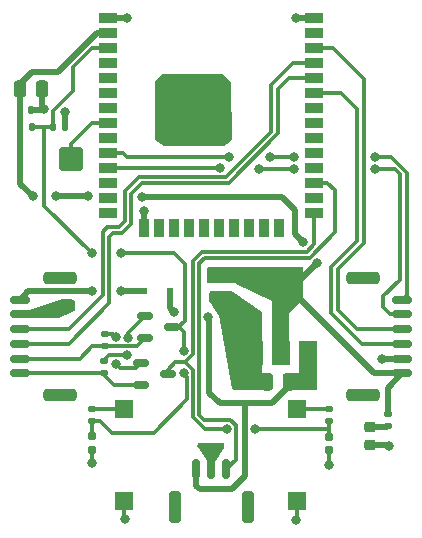
<source format=gbr>
%TF.GenerationSoftware,KiCad,Pcbnew,6.0.10-86aedd382b~118~ubuntu22.04.1*%
%TF.CreationDate,2023-02-09T07:40:42+01:00*%
%TF.ProjectId,mainBoard,6d61696e-426f-4617-9264-2e6b69636164,rev?*%
%TF.SameCoordinates,Original*%
%TF.FileFunction,Copper,L1,Top*%
%TF.FilePolarity,Positive*%
%FSLAX46Y46*%
G04 Gerber Fmt 4.6, Leading zero omitted, Abs format (unit mm)*
G04 Created by KiCad (PCBNEW 6.0.10-86aedd382b~118~ubuntu22.04.1) date 2023-02-09 07:40:42*
%MOMM*%
%LPD*%
G01*
G04 APERTURE LIST*
G04 Aperture macros list*
%AMRoundRect*
0 Rectangle with rounded corners*
0 $1 Rounding radius*
0 $2 $3 $4 $5 $6 $7 $8 $9 X,Y pos of 4 corners*
0 Add a 4 corners polygon primitive as box body*
4,1,4,$2,$3,$4,$5,$6,$7,$8,$9,$2,$3,0*
0 Add four circle primitives for the rounded corners*
1,1,$1+$1,$2,$3*
1,1,$1+$1,$4,$5*
1,1,$1+$1,$6,$7*
1,1,$1+$1,$8,$9*
0 Add four rect primitives between the rounded corners*
20,1,$1+$1,$2,$3,$4,$5,0*
20,1,$1+$1,$4,$5,$6,$7,0*
20,1,$1+$1,$6,$7,$8,$9,0*
20,1,$1+$1,$8,$9,$2,$3,0*%
G04 Aperture macros list end*
%TA.AperFunction,SMDPad,CuDef*%
%ADD10RoundRect,0.150000X0.700000X-0.150000X0.700000X0.150000X-0.700000X0.150000X-0.700000X-0.150000X0*%
%TD*%
%TA.AperFunction,SMDPad,CuDef*%
%ADD11RoundRect,0.250000X1.150000X-0.250000X1.150000X0.250000X-1.150000X0.250000X-1.150000X-0.250000X0*%
%TD*%
%TA.AperFunction,SMDPad,CuDef*%
%ADD12RoundRect,0.155000X0.155000X-0.212500X0.155000X0.212500X-0.155000X0.212500X-0.155000X-0.212500X0*%
%TD*%
%TA.AperFunction,SMDPad,CuDef*%
%ADD13RoundRect,0.150000X-0.512500X-0.150000X0.512500X-0.150000X0.512500X0.150000X-0.512500X0.150000X0*%
%TD*%
%TA.AperFunction,ComponentPad*%
%ADD14RoundRect,0.250000X-0.750000X-0.750000X0.750000X-0.750000X0.750000X0.750000X-0.750000X0.750000X0*%
%TD*%
%TA.AperFunction,SMDPad,CuDef*%
%ADD15RoundRect,0.250000X-0.250000X-0.475000X0.250000X-0.475000X0.250000X0.475000X-0.250000X0.475000X0*%
%TD*%
%TA.AperFunction,SMDPad,CuDef*%
%ADD16R,0.500000X0.500000*%
%TD*%
%TA.AperFunction,SMDPad,CuDef*%
%ADD17RoundRect,0.250000X-0.475000X0.250000X-0.475000X-0.250000X0.475000X-0.250000X0.475000X0.250000X0*%
%TD*%
%TA.AperFunction,SMDPad,CuDef*%
%ADD18RoundRect,0.135000X-0.135000X-0.185000X0.135000X-0.185000X0.135000X0.185000X-0.135000X0.185000X0*%
%TD*%
%TA.AperFunction,SMDPad,CuDef*%
%ADD19RoundRect,0.140000X-0.140000X-0.170000X0.140000X-0.170000X0.140000X0.170000X-0.140000X0.170000X0*%
%TD*%
%TA.AperFunction,SMDPad,CuDef*%
%ADD20RoundRect,0.218750X0.256250X-0.218750X0.256250X0.218750X-0.256250X0.218750X-0.256250X-0.218750X0*%
%TD*%
%TA.AperFunction,SMDPad,CuDef*%
%ADD21RoundRect,0.135000X-0.185000X0.135000X-0.185000X-0.135000X0.185000X-0.135000X0.185000X0.135000X0*%
%TD*%
%TA.AperFunction,SMDPad,CuDef*%
%ADD22RoundRect,0.135000X0.185000X-0.135000X0.185000X0.135000X-0.185000X0.135000X-0.185000X-0.135000X0*%
%TD*%
%TA.AperFunction,SMDPad,CuDef*%
%ADD23RoundRect,0.250000X0.250000X0.475000X-0.250000X0.475000X-0.250000X-0.475000X0.250000X-0.475000X0*%
%TD*%
%TA.AperFunction,SMDPad,CuDef*%
%ADD24RoundRect,0.150000X-0.700000X0.150000X-0.700000X-0.150000X0.700000X-0.150000X0.700000X0.150000X0*%
%TD*%
%TA.AperFunction,SMDPad,CuDef*%
%ADD25RoundRect,0.250000X-1.150000X0.250000X-1.150000X-0.250000X1.150000X-0.250000X1.150000X0.250000X0*%
%TD*%
%TA.AperFunction,SMDPad,CuDef*%
%ADD26RoundRect,0.150000X-0.150000X-0.700000X0.150000X-0.700000X0.150000X0.700000X-0.150000X0.700000X0*%
%TD*%
%TA.AperFunction,SMDPad,CuDef*%
%ADD27RoundRect,0.250000X-0.250000X-1.100000X0.250000X-1.100000X0.250000X1.100000X-0.250000X1.100000X0*%
%TD*%
%TA.AperFunction,SMDPad,CuDef*%
%ADD28R,1.500000X0.900000*%
%TD*%
%TA.AperFunction,SMDPad,CuDef*%
%ADD29R,0.900000X1.500000*%
%TD*%
%TA.AperFunction,SMDPad,CuDef*%
%ADD30R,0.900000X0.900000*%
%TD*%
%TA.AperFunction,SMDPad,CuDef*%
%ADD31R,1.500000X1.500000*%
%TD*%
%TA.AperFunction,SMDPad,CuDef*%
%ADD32R,1.500000X2.000000*%
%TD*%
%TA.AperFunction,SMDPad,CuDef*%
%ADD33R,3.800000X2.000000*%
%TD*%
%TA.AperFunction,ViaPad*%
%ADD34C,0.800000*%
%TD*%
%TA.AperFunction,Conductor*%
%ADD35C,0.300000*%
%TD*%
%TA.AperFunction,Conductor*%
%ADD36C,0.500000*%
%TD*%
G04 APERTURE END LIST*
D10*
%TO.P,J2,1,Pin_1*%
%TO.N,+3.3V*%
X113710000Y-87580000D03*
%TO.P,J2,2,Pin_2*%
%TO.N,GND*%
X113710000Y-86330000D03*
%TO.P,J2,3,Pin_3*%
%TO.N,/SDA*%
X113710000Y-85080000D03*
%TO.P,J2,4,Pin_4*%
%TO.N,/SCK*%
X113710000Y-83830000D03*
%TO.P,J2,5,Pin_5*%
%TO.N,/Btn_L*%
X113710000Y-82580000D03*
%TO.P,J2,6,Pin_6*%
%TO.N,/Btn_R*%
X113710000Y-81330000D03*
D11*
%TO.P,J2,MP*%
%TO.N,N/C*%
X110360000Y-79480000D03*
X110360000Y-89430000D03*
%TD*%
D12*
%TO.P,C6,1*%
%TO.N,GND*%
X107492800Y-94090300D03*
%TO.P,C6,2*%
%TO.N,/Boot*%
X107492800Y-92955300D03*
%TD*%
D13*
%TO.P,Q1,1,B*%
%TO.N,Net-(Q1-Pad1)*%
X91928100Y-82717600D03*
%TO.P,Q1,2,E*%
%TO.N,/CTS*%
X91928100Y-84617600D03*
%TO.P,Q1,3,C*%
%TO.N,/EN*%
X94203100Y-83667600D03*
%TD*%
D14*
%TO.P,J1,1,Pin_1*%
%TO.N,/ADC_OUT*%
X85648800Y-69392800D03*
%TD*%
D15*
%TO.P,C4,1*%
%TO.N,+3.3V*%
X81330800Y-63500000D03*
%TO.P,C4,2*%
%TO.N,GND*%
X83230800Y-63500000D03*
%TD*%
D16*
%TO.P,D2,1,K*%
%TO.N,VCC*%
X94064000Y-80619600D03*
%TO.P,D2,2,A*%
%TO.N,Net-(D2-Pad2)*%
X91864000Y-80619600D03*
%TD*%
D17*
%TO.P,C2,1*%
%TO.N,+3.3V*%
X98094800Y-79212400D03*
%TO.P,C2,2*%
%TO.N,GND*%
X98094800Y-81112400D03*
%TD*%
D18*
%TO.P,R2,1*%
%TO.N,+3.3V*%
X81363159Y-66674000D03*
%TO.P,R2,2*%
%TO.N,/EN*%
X82383159Y-66674000D03*
%TD*%
D19*
%TO.P,C3,1*%
%TO.N,/EN*%
X84188400Y-66700400D03*
%TO.P,C3,2*%
%TO.N,GND*%
X85148400Y-66700400D03*
%TD*%
D20*
%TO.P,D1,1,K*%
%TO.N,GND*%
X110947200Y-93649900D03*
%TO.P,D1,2,A*%
%TO.N,Net-(D1-Pad2)*%
X110947200Y-92074900D03*
%TD*%
D21*
%TO.P,R5,1*%
%TO.N,Net-(R5-Pad1)*%
X107492800Y-90625200D03*
%TO.P,R5,2*%
%TO.N,/Boot*%
X107492800Y-91645200D03*
%TD*%
%TO.P,R1,1*%
%TO.N,+3.3V*%
X112471200Y-91031600D03*
%TO.P,R1,2*%
%TO.N,Net-(D1-Pad2)*%
X112471200Y-92051600D03*
%TD*%
D22*
%TO.P,R3,1*%
%TO.N,/DTR*%
X88442800Y-87581200D03*
%TO.P,R3,2*%
%TO.N,Net-(Q1-Pad1)*%
X88442800Y-86561200D03*
%TD*%
D23*
%TO.P,C1,1*%
%TO.N,VCC*%
X104124800Y-88290400D03*
%TO.P,C1,2*%
%TO.N,GND*%
X102224800Y-88290400D03*
%TD*%
D22*
%TO.P,R4,1*%
%TO.N,/CTS*%
X88544400Y-85295200D03*
%TO.P,R4,2*%
%TO.N,Net-(Q2-Pad1)*%
X88544400Y-84275200D03*
%TD*%
D19*
%TO.P,C5,1*%
%TO.N,+3.3V*%
X81343600Y-65278000D03*
%TO.P,C5,2*%
%TO.N,GND*%
X82303600Y-65278000D03*
%TD*%
D24*
%TO.P,J3,1,Pin_1*%
%TO.N,Net-(D2-Pad2)*%
X81362000Y-81330000D03*
%TO.P,J3,2,Pin_2*%
%TO.N,GND*%
X81362000Y-82580000D03*
%TO.P,J3,3,Pin_3*%
%TO.N,/PR_TX*%
X81362000Y-83830000D03*
%TO.P,J3,4,Pin_4*%
%TO.N,/PR_RX*%
X81362000Y-85080000D03*
%TO.P,J3,5,Pin_5*%
%TO.N,/CTS*%
X81362000Y-86330000D03*
%TO.P,J3,6,Pin_6*%
%TO.N,/DTR*%
X81362000Y-87580000D03*
D25*
%TO.P,J3,MP*%
%TO.N,N/C*%
X84712000Y-89430000D03*
X84712000Y-79480000D03*
%TD*%
D12*
%TO.P,C7,1*%
%TO.N,GND*%
X87426800Y-94039500D03*
%TO.P,C7,2*%
%TO.N,/EN*%
X87426800Y-92904500D03*
%TD*%
D26*
%TO.P,J4,1,Pin_1*%
%TO.N,VCC*%
X96286000Y-95686000D03*
%TO.P,J4,2,Pin_2*%
%TO.N,GND*%
X97536000Y-95686000D03*
%TO.P,J4,3,Pin_3*%
%TO.N,/C-Data*%
X98786000Y-95686000D03*
D27*
%TO.P,J4,MP*%
%TO.N,N/C*%
X100636000Y-98886000D03*
X94436000Y-98886000D03*
%TD*%
D28*
%TO.P,U2,1,GND*%
%TO.N,GND*%
X88786000Y-57482000D03*
%TO.P,U2,2,3V3*%
%TO.N,+3.3V*%
X88786000Y-58752000D03*
%TO.P,U2,3,EN/CHIP_PU*%
%TO.N,/EN*%
X88786000Y-60022000D03*
%TO.P,U2,4,SENSOR_VP/GPIO36/ADC1_CH0*%
%TO.N,unconnected-(U2-Pad4)*%
X88786000Y-61292000D03*
%TO.P,U2,5,SENSOR_VN/GPIO39/ADC1_CH3*%
%TO.N,unconnected-(U2-Pad5)*%
X88786000Y-62562000D03*
%TO.P,U2,6,GPIO34/ADC1_CH6*%
%TO.N,unconnected-(U2-Pad6)*%
X88786000Y-63832000D03*
%TO.P,U2,7,GPIO35/ADC1_CH7*%
%TO.N,unconnected-(U2-Pad7)*%
X88786000Y-65102000D03*
%TO.P,U2,8,32K_XP/GPIO32/ADC1_CH4*%
%TO.N,/ADC_OUT*%
X88786000Y-66372000D03*
%TO.P,U2,9,32K_XN/GPIO33/ADC1_CH5*%
%TO.N,unconnected-(U2-Pad9)*%
X88786000Y-67642000D03*
%TO.P,U2,10,DAC_1/ADC2_CH8/GPIO25*%
%TO.N,/Btn_R*%
X88786000Y-68912000D03*
%TO.P,U2,11,DAC_2/ADC2_CH9/GPIO26*%
%TO.N,/Btn_L*%
X88786000Y-70182000D03*
%TO.P,U2,12,ADC2_CH7/GPIO27*%
%TO.N,unconnected-(U2-Pad12)*%
X88786000Y-71452000D03*
%TO.P,U2,13,MTMS/GPIO14/ADC2_CH6*%
%TO.N,unconnected-(U2-Pad13)*%
X88786000Y-72722000D03*
%TO.P,U2,14,MTDI/GPIO12/ADC2_CH5*%
%TO.N,unconnected-(U2-Pad14)*%
X88786000Y-73992000D03*
D29*
%TO.P,U2,15,GND*%
%TO.N,GND*%
X91816000Y-75242000D03*
%TO.P,U2,16,MTCK/GPIO13/ADC2_CH4*%
%TO.N,unconnected-(U2-Pad16)*%
X93086000Y-75242000D03*
%TO.P,U2,17,NC*%
%TO.N,unconnected-(U2-Pad17)*%
X94356000Y-75242000D03*
%TO.P,U2,18,NC*%
%TO.N,unconnected-(U2-Pad18)*%
X95626000Y-75242000D03*
%TO.P,U2,19,NC*%
%TO.N,unconnected-(U2-Pad19)*%
X96896000Y-75242000D03*
%TO.P,U2,20,NC*%
%TO.N,unconnected-(U2-Pad20)*%
X98166000Y-75242000D03*
%TO.P,U2,21,NC*%
%TO.N,unconnected-(U2-Pad21)*%
X99436000Y-75242000D03*
%TO.P,U2,22,NC*%
%TO.N,unconnected-(U2-Pad22)*%
X100706000Y-75242000D03*
%TO.P,U2,23,MTDO/GPIO15/ADC2_CH3*%
%TO.N,unconnected-(U2-Pad23)*%
X101976000Y-75242000D03*
%TO.P,U2,24,ADC2_CH2/GPIO2*%
%TO.N,unconnected-(U2-Pad24)*%
X103246000Y-75242000D03*
D28*
%TO.P,U2,25,GPIO0/BOOT/ADC2_CH1*%
%TO.N,/Boot*%
X106286000Y-73992000D03*
%TO.P,U2,26,ADC2_CH0/GPIO4*%
%TO.N,unconnected-(U2-Pad26)*%
X106286000Y-72722000D03*
%TO.P,U2,27,GPIO16*%
%TO.N,/C-Data*%
X106286000Y-71452000D03*
%TO.P,U2,28,GPIO17*%
%TO.N,unconnected-(U2-Pad28)*%
X106286000Y-70182000D03*
%TO.P,U2,29,GPIO5*%
%TO.N,unconnected-(U2-Pad29)*%
X106286000Y-68912000D03*
%TO.P,U2,30,GPIO18*%
%TO.N,unconnected-(U2-Pad30)*%
X106286000Y-67642000D03*
%TO.P,U2,31,GPIO19*%
%TO.N,unconnected-(U2-Pad31)*%
X106286000Y-66372000D03*
%TO.P,U2,32,NC*%
%TO.N,unconnected-(U2-Pad32)*%
X106286000Y-65102000D03*
%TO.P,U2,33,GPIO21*%
%TO.N,/SDA*%
X106286000Y-63832000D03*
%TO.P,U2,34,U0RXD/GPIO3*%
%TO.N,/PR_RX*%
X106286000Y-62562000D03*
%TO.P,U2,35,U0TXD/GPIO1*%
%TO.N,/PR_TX*%
X106286000Y-61292000D03*
%TO.P,U2,36,GPIO22*%
%TO.N,/SCK*%
X106286000Y-60022000D03*
%TO.P,U2,37,GPIO23*%
%TO.N,unconnected-(U2-Pad37)*%
X106286000Y-58752000D03*
%TO.P,U2,38,GND*%
%TO.N,GND*%
X106286000Y-57482000D03*
D30*
%TO.P,U2,39,GND_THERMAL*%
X96036000Y-66602000D03*
X96036000Y-63802000D03*
X97436000Y-63802000D03*
X97436000Y-65202000D03*
X97436000Y-66602000D03*
X94636000Y-65202000D03*
X94636000Y-66602000D03*
X94636000Y-63802000D03*
X96036000Y-65202000D03*
%TD*%
D31*
%TO.P,SW1,1,1*%
%TO.N,GND*%
X104800400Y-98388000D03*
%TO.P,SW1,2,2*%
%TO.N,Net-(R5-Pad1)*%
X104800400Y-90588000D03*
%TD*%
D13*
%TO.P,Q2,3,C*%
%TO.N,/Boot*%
X93847500Y-87630000D03*
%TO.P,Q2,2,E*%
%TO.N,/DTR*%
X91572500Y-88580000D03*
%TO.P,Q2,1,B*%
%TO.N,Net-(Q2-Pad1)*%
X91572500Y-86680000D03*
%TD*%
D31*
%TO.P,SW2,1,1*%
%TO.N,GND*%
X90170000Y-98388000D03*
%TO.P,SW2,2,2*%
%TO.N,Net-(R6-Pad1)*%
X90170000Y-90588000D03*
%TD*%
D32*
%TO.P,U1,1,GND*%
%TO.N,GND*%
X101128800Y-85852400D03*
%TO.P,U1,2,VO*%
%TO.N,+3.3V*%
X103428800Y-85852400D03*
D33*
X103428800Y-79552400D03*
D32*
%TO.P,U1,3,VI*%
%TO.N,VCC*%
X105728800Y-85852400D03*
%TD*%
D21*
%TO.P,R6,1*%
%TO.N,Net-(R6-Pad1)*%
X87426800Y-90625200D03*
%TO.P,R6,2*%
%TO.N,/EN*%
X87426800Y-91645200D03*
%TD*%
D34*
%TO.N,VCC*%
X94386400Y-82397600D03*
X97261500Y-82788850D03*
%TO.N,GND*%
X101142800Y-88493600D03*
X93319600Y-66598800D03*
X90220800Y-99872800D03*
X87477600Y-95148400D03*
X101193600Y-87579200D03*
X112034800Y-86330000D03*
X93319600Y-63804800D03*
X98755200Y-82143600D03*
X97942400Y-93929200D03*
X84124800Y-82245200D03*
X97028000Y-93929200D03*
X97434400Y-62687200D03*
X90424000Y-57454800D03*
X104749600Y-100025200D03*
X98755200Y-63804800D03*
X101346000Y-84277200D03*
X85125600Y-65481200D03*
X91846400Y-73812400D03*
X96012000Y-67818000D03*
X98755200Y-66598800D03*
X85242400Y-81889600D03*
X100431600Y-84328000D03*
X94640400Y-62687200D03*
X96062800Y-62687200D03*
X107492800Y-95351600D03*
X94640400Y-67818000D03*
X97434400Y-67868800D03*
X112623600Y-93700700D03*
X93370400Y-65176400D03*
X104698800Y-57454800D03*
X98755200Y-65176400D03*
X83347600Y-65227200D03*
%TO.N,+3.3V*%
X105308400Y-76454000D03*
X84429600Y-72593200D03*
X106496730Y-78201130D03*
X87071200Y-72593200D03*
X82448400Y-72593200D03*
X91643200Y-72644000D03*
%TO.N,/EN*%
X87426800Y-77419200D03*
X89916000Y-77368400D03*
X95208873Y-85645973D03*
X95208873Y-87582027D03*
%TO.N,/Boot*%
X98856800Y-92252800D03*
X101230300Y-92252800D03*
%TO.N,/Btn_L*%
X104546400Y-70307200D03*
X111404400Y-70307200D03*
X101600000Y-70256400D03*
X98247200Y-70205600D03*
%TO.N,/Btn_R*%
X99060000Y-69291200D03*
X104546400Y-69291200D03*
X102514400Y-69291200D03*
X111404400Y-69291200D03*
%TO.N,Net-(Q1-Pad1)*%
X90424000Y-86044700D03*
X90474800Y-84545700D03*
%TO.N,Net-(Q2-Pad1)*%
X89475438Y-84528921D03*
X89458800Y-86794200D03*
%TO.N,Net-(D2-Pad2)*%
X89865200Y-80619600D03*
X87477600Y-80619600D03*
%TD*%
D35*
%TO.N,Net-(Q2-Pad1)*%
X89786600Y-87122000D02*
X91186000Y-87122000D01*
X89458800Y-86794200D02*
X89786600Y-87122000D01*
X91186000Y-87122000D02*
X91572500Y-86735500D01*
X91572500Y-86735500D02*
X91572500Y-86680000D01*
%TO.N,/DTR*%
X89342000Y-88580000D02*
X88442800Y-87680800D01*
X88442800Y-87680800D02*
X88442800Y-87581200D01*
%TO.N,/Boot*%
X93847500Y-87630000D02*
X93847500Y-87254500D01*
X93847500Y-87254500D02*
X94472800Y-86629200D01*
X94472800Y-86629200D02*
X95316000Y-86629200D01*
%TO.N,/DTR*%
X89342000Y-88580000D02*
X91572500Y-88580000D01*
D36*
%TO.N,VCC*%
X99263200Y-97383600D02*
X100380800Y-96266000D01*
X104124800Y-88661200D02*
X104124800Y-88290400D01*
X96286000Y-95686000D02*
X96286000Y-97098800D01*
X97383600Y-82910950D02*
X97383600Y-89255600D01*
X94064000Y-82075200D02*
X94386400Y-82397600D01*
X98247200Y-90119200D02*
X101498400Y-90119200D01*
X94064000Y-80619600D02*
X94064000Y-82075200D01*
X101498400Y-90119200D02*
X102666800Y-90119200D01*
X96570800Y-97383600D02*
X99263200Y-97383600D01*
X96286000Y-97098800D02*
X96570800Y-97383600D01*
X102666800Y-90119200D02*
X104124800Y-88661200D01*
X97261500Y-82788850D02*
X97383600Y-82910950D01*
X97383600Y-89255600D02*
X98247200Y-90119200D01*
X100380800Y-96266000D02*
X100380800Y-90119200D01*
X100380800Y-90119200D02*
X101498400Y-90119200D01*
D35*
%TO.N,GND*%
X104800400Y-98337200D02*
X104800400Y-99974400D01*
D36*
X104698800Y-57454800D02*
X106258800Y-57454800D01*
X110947200Y-93649900D02*
X112572800Y-93649900D01*
D35*
X90170000Y-98388000D02*
X90170000Y-99822000D01*
D36*
X91816000Y-75242000D02*
X91816000Y-73842800D01*
X83296800Y-65278000D02*
X83347600Y-65227200D01*
X83230800Y-65110400D02*
X83347600Y-65227200D01*
D35*
X90170000Y-99822000D02*
X90220800Y-99872800D01*
D36*
X90396800Y-57482000D02*
X90424000Y-57454800D01*
X88786000Y-57482000D02*
X90396800Y-57482000D01*
X83230800Y-63500000D02*
X83230800Y-65110400D01*
X112572800Y-93649900D02*
X112623600Y-93700700D01*
X106258800Y-57454800D02*
X106286000Y-57482000D01*
X82303600Y-65278000D02*
X83296800Y-65278000D01*
D35*
X107492800Y-94090300D02*
X107492800Y-95351600D01*
X87426800Y-95097600D02*
X87477600Y-95148400D01*
X87426800Y-94039500D02*
X87426800Y-95097600D01*
D36*
X85148400Y-66700400D02*
X85148400Y-65504000D01*
X85148400Y-65504000D02*
X85125600Y-65481200D01*
D35*
X104800400Y-99974400D02*
X104749600Y-100025200D01*
D36*
X91816000Y-73842800D02*
X91846400Y-73812400D01*
X112034800Y-86330000D02*
X113710000Y-86330000D01*
%TO.N,+3.3V*%
X103428800Y-79654400D02*
X103428800Y-79552400D01*
X111354400Y-87580000D02*
X103428800Y-79654400D01*
X82448400Y-72593200D02*
X81363159Y-71507959D01*
X112471200Y-88818800D02*
X113710000Y-87580000D01*
X87071200Y-72593200D02*
X84429600Y-72593200D01*
X106496730Y-78201130D02*
X105145460Y-79552400D01*
X113710000Y-87580000D02*
X111354400Y-87580000D01*
X105145460Y-79552400D02*
X103428800Y-79552400D01*
X81343600Y-65278000D02*
X81343600Y-63512800D01*
X91643200Y-72644000D02*
X103530400Y-72644000D01*
X112471200Y-91031600D02*
X112471200Y-88818800D01*
X82346800Y-62026800D02*
X81330800Y-63042800D01*
X81343600Y-63512800D02*
X81330800Y-63500000D01*
X104597200Y-73710800D02*
X104597200Y-75742800D01*
X84582000Y-62026800D02*
X82346800Y-62026800D01*
X103530400Y-72644000D02*
X104597200Y-73710800D01*
X81363159Y-66674000D02*
X81363159Y-65297559D01*
X87856800Y-58752000D02*
X88786000Y-58752000D01*
X87856800Y-58752000D02*
X84582000Y-62026800D01*
X81363159Y-71507959D02*
X81363159Y-66674000D01*
X81330800Y-63042800D02*
X81330800Y-63500000D01*
X81363159Y-65297559D02*
X81343600Y-65278000D01*
X104597200Y-75742800D02*
X105308400Y-76454000D01*
D35*
%TO.N,/EN*%
X95208873Y-85645973D02*
X95208873Y-84083673D01*
X89103200Y-92608400D02*
X92659200Y-92608400D01*
X94792800Y-83667600D02*
X94203100Y-83667600D01*
X95300800Y-83108800D02*
X95300800Y-78282800D01*
X92659200Y-92608400D02*
X95504000Y-89763600D01*
X84188400Y-65357739D02*
X84188400Y-66700400D01*
X95208873Y-84083673D02*
X94792800Y-83667600D01*
X87450400Y-60022000D02*
X88786000Y-60022000D01*
X84188400Y-66700400D02*
X83398400Y-66700400D01*
X83398400Y-66700400D02*
X82409559Y-66700400D01*
X87426800Y-91645200D02*
X88140000Y-91645200D01*
X85880000Y-63666139D02*
X84188400Y-65357739D01*
X88140000Y-91645200D02*
X89103200Y-92608400D01*
X94742000Y-83667600D02*
X95199200Y-83210400D01*
X95300800Y-78282800D02*
X94386400Y-77368400D01*
X94203100Y-83667600D02*
X94742000Y-83667600D01*
X87426800Y-77419200D02*
X83398400Y-73390800D01*
X83398400Y-73390800D02*
X83398400Y-66700400D01*
X82409559Y-66700400D02*
X82383159Y-66674000D01*
X85880000Y-61592400D02*
X87450400Y-60022000D01*
X95504000Y-89763600D02*
X95504000Y-87877154D01*
X85880000Y-61592400D02*
X85880000Y-63666139D01*
X87426800Y-91645200D02*
X87426800Y-92904500D01*
X95504000Y-87877154D02*
X95208873Y-87582027D01*
X95199200Y-83210400D02*
X95300800Y-83108800D01*
X94386400Y-77368400D02*
X89916000Y-77368400D01*
%TO.N,/Boot*%
X96012000Y-85902800D02*
X96012000Y-78028800D01*
X98856800Y-92252800D02*
X96977200Y-92252800D01*
X107492800Y-92955300D02*
X107492800Y-92252800D01*
X95316000Y-86598800D02*
X96012000Y-85902800D01*
X105664000Y-77266800D02*
X106286000Y-76644800D01*
X107492800Y-92252800D02*
X101230300Y-92252800D01*
X107492800Y-92252800D02*
X107492800Y-91645200D01*
X96012000Y-78028800D02*
X96774000Y-77266800D01*
X106286000Y-76644800D02*
X106286000Y-73992000D01*
X96977200Y-92252800D02*
X96012000Y-91287600D01*
X96012000Y-91287600D02*
X96012000Y-87325200D01*
X95316000Y-86629200D02*
X95316000Y-86598800D01*
X96012000Y-87325200D02*
X95316000Y-86629200D01*
X96774000Y-77266800D02*
X105664000Y-77266800D01*
D36*
%TO.N,Net-(D1-Pad2)*%
X110947200Y-92074900D02*
X112447900Y-92074900D01*
X112447900Y-92074900D02*
X112471200Y-92051600D01*
D35*
%TO.N,/ADC_OUT*%
X85648800Y-68173600D02*
X87450400Y-66372000D01*
X87450400Y-66372000D02*
X88786000Y-66372000D01*
X85648800Y-69392800D02*
X85648800Y-68173600D01*
%TO.N,/SDA*%
X107696000Y-78536800D02*
X109880400Y-76352400D01*
X113710000Y-85080000D02*
X110327600Y-85080000D01*
X107696000Y-82448400D02*
X107696000Y-78536800D01*
X110327600Y-85080000D02*
X107696000Y-82448400D01*
X109880400Y-65176400D02*
X108536000Y-63832000D01*
X109880400Y-76352400D02*
X109880400Y-65176400D01*
X108536000Y-63832000D02*
X106286000Y-63832000D01*
%TO.N,/SCK*%
X113710000Y-83830000D02*
X112461472Y-83830000D01*
X112451472Y-83820000D02*
X109880400Y-83820000D01*
X110490000Y-62636400D02*
X107875600Y-60022000D01*
X112461472Y-83830000D02*
X112451472Y-83820000D01*
X109880400Y-83820000D02*
X108254800Y-82194400D01*
X108254800Y-78740000D02*
X110490000Y-76504800D01*
X110490000Y-76504800D02*
X110490000Y-62636400D01*
X108254800Y-82194400D02*
X108254800Y-78740000D01*
X107875600Y-60022000D02*
X106286000Y-60022000D01*
%TO.N,/Btn_L*%
X88786000Y-70182000D02*
X98223600Y-70182000D01*
X113487200Y-79654400D02*
X113487200Y-70709506D01*
X113487200Y-70709506D02*
X113084894Y-70307200D01*
X113084894Y-70307200D02*
X111404400Y-70307200D01*
X98223600Y-70182000D02*
X98247200Y-70205600D01*
X101600000Y-70256400D02*
X104495600Y-70256400D01*
X113710000Y-82580000D02*
X112704400Y-82580000D01*
X112115600Y-81026000D02*
X113487200Y-79654400D01*
X112115600Y-81991200D02*
X112115600Y-81026000D01*
X104495600Y-70256400D02*
X104546400Y-70307200D01*
X112704400Y-82580000D02*
X112115600Y-81991200D01*
%TO.N,/Btn_R*%
X112776000Y-69291200D02*
X112166400Y-69291200D01*
X113710000Y-81330000D02*
X114096800Y-80943200D01*
X90044800Y-68912000D02*
X88786000Y-68912000D01*
X104546400Y-69291200D02*
X102514400Y-69291200D01*
X114096800Y-80943200D02*
X114096800Y-70612000D01*
X90424000Y-69291200D02*
X90044800Y-68912000D01*
X112166400Y-69291200D02*
X111404400Y-69291200D01*
X99060000Y-69291200D02*
X90424000Y-69291200D01*
X114096800Y-70612000D02*
X112776000Y-69291200D01*
%TO.N,/PR_TX*%
X102616000Y-63144400D02*
X104468400Y-61292000D01*
X89712800Y-75184000D02*
X90220800Y-74676000D01*
X90220800Y-72136000D02*
X91389200Y-70967600D01*
X81362000Y-83830000D02*
X85469107Y-83830000D01*
X90220800Y-74676000D02*
X90220800Y-72136000D01*
X88341200Y-75590400D02*
X88747600Y-75184000D01*
X88341200Y-80957907D02*
X88341200Y-75590400D01*
X102616000Y-67157600D02*
X102616000Y-63144400D01*
X98806000Y-70967600D02*
X102616000Y-67157600D01*
X104468400Y-61292000D02*
X106286000Y-61292000D01*
X88747600Y-75184000D02*
X89712800Y-75184000D01*
X85469107Y-83830000D02*
X88341200Y-80957907D01*
X91389200Y-70967600D02*
X98806000Y-70967600D01*
%TO.N,/PR_RX*%
X103225600Y-67255106D02*
X103225600Y-63500000D01*
X90728800Y-72390000D02*
X91643200Y-71475600D01*
X89966800Y-75692000D02*
X90728800Y-74930000D01*
X88900000Y-75996800D02*
X89204800Y-75692000D01*
X85469107Y-85080000D02*
X88900000Y-81649107D01*
X99013106Y-71467600D02*
X103225600Y-67255106D01*
X81362000Y-85080000D02*
X85469107Y-85080000D01*
X104163600Y-62562000D02*
X106286000Y-62562000D01*
X91643200Y-71467600D02*
X99013106Y-71467600D01*
X88900000Y-81649107D02*
X88900000Y-75996800D01*
X90728800Y-74930000D02*
X90728800Y-72390000D01*
X91643200Y-71475600D02*
X91643200Y-71467600D01*
X89204800Y-75692000D02*
X89966800Y-75692000D01*
X103225600Y-63500000D02*
X104163600Y-62562000D01*
%TO.N,/CTS*%
X88544400Y-85295200D02*
X87475600Y-85295200D01*
X91250500Y-85295200D02*
X91928100Y-84617600D01*
X86440800Y-86330000D02*
X81362000Y-86330000D01*
X88544400Y-85295200D02*
X91250500Y-85295200D01*
X87475600Y-85295200D02*
X86440800Y-86330000D01*
%TO.N,/DTR*%
X88441600Y-87580000D02*
X81362000Y-87580000D01*
%TO.N,/C-Data*%
X99606800Y-91942139D02*
X99167461Y-91502800D01*
X107367600Y-71452000D02*
X106286000Y-71452000D01*
X105871106Y-77766800D02*
X108000800Y-75637106D01*
X96512000Y-91076400D02*
X96512000Y-78235906D01*
X99606800Y-94865200D02*
X99606800Y-91942139D01*
X96981106Y-77766800D02*
X105871106Y-77766800D01*
X96938400Y-91502800D02*
X96512000Y-91076400D01*
X108000800Y-75637106D02*
X108000800Y-72085200D01*
X98786000Y-95686000D02*
X99606800Y-94865200D01*
X108000800Y-72085200D02*
X107367600Y-71452000D01*
X96512000Y-78235906D02*
X96981106Y-77766800D01*
X99167461Y-91502800D02*
X96938400Y-91502800D01*
%TO.N,Net-(Q1-Pad1)*%
X90474800Y-84545700D02*
X90474800Y-84170900D01*
X88442800Y-86461600D02*
X88442800Y-86561200D01*
X90424000Y-86044700D02*
X88859700Y-86044700D01*
X88859700Y-86044700D02*
X88442800Y-86461600D01*
X90474800Y-84170900D02*
X91928100Y-82717600D01*
%TO.N,Net-(Q2-Pad1)*%
X89221717Y-84275200D02*
X89475438Y-84528921D01*
X88544400Y-84275200D02*
X89221717Y-84275200D01*
%TO.N,Net-(R5-Pad1)*%
X107492800Y-90625200D02*
X104837600Y-90625200D01*
X104837600Y-90625200D02*
X104800400Y-90588000D01*
%TO.N,Net-(R6-Pad1)*%
X87426800Y-90625200D02*
X90132800Y-90625200D01*
X90132800Y-90625200D02*
X90170000Y-90588000D01*
D36*
%TO.N,Net-(D2-Pad2)*%
X81362000Y-81330000D02*
X82072400Y-80619600D01*
X89865200Y-80619600D02*
X91864000Y-80619600D01*
X82072400Y-80619600D02*
X87477600Y-80619600D01*
%TD*%
%TA.AperFunction,Conductor*%
%TO.N,GND*%
G36*
X85672572Y-81290188D02*
G01*
X85928034Y-81399672D01*
X85982768Y-81444891D01*
X86004400Y-81515484D01*
X86004400Y-82163316D01*
X85984398Y-82231437D01*
X85929573Y-82278456D01*
X84657235Y-82843940D01*
X84606062Y-82854800D01*
X81964800Y-82854800D01*
X81896679Y-82834798D01*
X81850186Y-82781142D01*
X81838800Y-82728800D01*
X81838800Y-82386816D01*
X81858802Y-82318695D01*
X81912458Y-82272202D01*
X81924955Y-82267282D01*
X84867402Y-81286466D01*
X84907247Y-81280000D01*
X85622938Y-81280000D01*
X85672572Y-81290188D01*
G37*
%TD.AperFunction*%
%TD*%
%TA.AperFunction,Conductor*%
%TO.N,GND*%
G36*
X98560419Y-62250002D02*
G01*
X98589810Y-62276204D01*
X99190418Y-63010152D01*
X99218079Y-63075538D01*
X99218899Y-63088593D01*
X99268495Y-67700920D01*
X99268646Y-67715004D01*
X99249377Y-67783336D01*
X99230799Y-67806393D01*
X98916029Y-68114548D01*
X98897787Y-68129342D01*
X98636057Y-68303829D01*
X98634543Y-68304838D01*
X98564651Y-68326000D01*
X93612734Y-68326000D01*
X93541351Y-68303829D01*
X92815417Y-67804749D01*
X92770615Y-67749674D01*
X92760800Y-67700920D01*
X92760800Y-62987810D01*
X92780802Y-62919689D01*
X92791134Y-62905810D01*
X93332686Y-62274000D01*
X93392205Y-62235296D01*
X93428352Y-62230000D01*
X98492298Y-62230000D01*
X98560419Y-62250002D01*
G37*
%TD.AperFunction*%
%TD*%
%TA.AperFunction,Conductor*%
%TO.N,GND*%
G36*
X98595721Y-93492002D02*
G01*
X98642214Y-93545658D01*
X98653600Y-93598000D01*
X98653600Y-93791937D01*
X98634909Y-93857973D01*
X97877701Y-95088436D01*
X97824964Y-95135969D01*
X97770392Y-95148400D01*
X97349433Y-95148400D01*
X97281312Y-95128398D01*
X97244595Y-95092292D01*
X96388762Y-93808543D01*
X96367600Y-93738651D01*
X96367600Y-93598000D01*
X96387602Y-93529879D01*
X96441258Y-93483386D01*
X96493600Y-93472000D01*
X98527600Y-93472000D01*
X98595721Y-93492002D01*
G37*
%TD.AperFunction*%
%TD*%
%TA.AperFunction,Conductor*%
%TO.N,+3.3V*%
G36*
X105250521Y-78607602D02*
G01*
X105297014Y-78661258D01*
X105308400Y-78713600D01*
X105308400Y-81277601D01*
X105288398Y-81345722D01*
X105270275Y-81367901D01*
X104152982Y-82455185D01*
X104152981Y-82455186D01*
X104140000Y-82467819D01*
X104140148Y-86692113D01*
X104140148Y-86700989D01*
X104120148Y-86769110D01*
X104066494Y-86815605D01*
X104013232Y-86826990D01*
X103739109Y-86824997D01*
X102791882Y-86818109D01*
X102723910Y-86797613D01*
X102677809Y-86743621D01*
X102666800Y-86692113D01*
X102666800Y-81483200D01*
X102651855Y-81475601D01*
X102651854Y-81475600D01*
X99682868Y-79965946D01*
X99682866Y-79965946D01*
X99669600Y-79959200D01*
X97306400Y-79959200D01*
X97238279Y-79939198D01*
X97191786Y-79885542D01*
X97180400Y-79833200D01*
X97180400Y-78713600D01*
X97200402Y-78645479D01*
X97254058Y-78598986D01*
X97306400Y-78587600D01*
X105182400Y-78587600D01*
X105250521Y-78607602D01*
G37*
%TD.AperFunction*%
%TD*%
%TA.AperFunction,Conductor*%
%TO.N,GND*%
G36*
X99397658Y-80643070D02*
G01*
X101801237Y-82359912D01*
X101845042Y-82415781D01*
X101854000Y-82462441D01*
X101854000Y-87579200D01*
X102591600Y-87579200D01*
X102659721Y-87599202D01*
X102706214Y-87652858D01*
X102717600Y-87705200D01*
X102717600Y-88875600D01*
X102697598Y-88943721D01*
X102643942Y-88990214D01*
X102591600Y-89001600D01*
X99469723Y-89001600D01*
X99401602Y-88981598D01*
X99355109Y-88927942D01*
X99345805Y-88898410D01*
X99341607Y-88875600D01*
X98198739Y-82666838D01*
X98057977Y-82462441D01*
X97405828Y-81515477D01*
X97383600Y-81444012D01*
X97383600Y-80745600D01*
X97403602Y-80677479D01*
X97457258Y-80630986D01*
X97509600Y-80619600D01*
X99324422Y-80619600D01*
X99397658Y-80643070D01*
G37*
%TD.AperFunction*%
%TD*%
%TA.AperFunction,Conductor*%
%TO.N,VCC*%
G36*
X106418921Y-84856002D02*
G01*
X106465414Y-84909658D01*
X106476800Y-84962000D01*
X106476800Y-88875600D01*
X106456798Y-88943721D01*
X106403142Y-88990214D01*
X106350800Y-89001600D01*
X103758000Y-89001600D01*
X103689879Y-88981598D01*
X103643386Y-88927942D01*
X103632000Y-88875600D01*
X103632000Y-87705200D01*
X103652002Y-87637079D01*
X103705658Y-87590586D01*
X103758000Y-87579200D01*
X105003600Y-87579200D01*
X105003600Y-84962000D01*
X105023602Y-84893879D01*
X105077258Y-84847386D01*
X105129600Y-84836000D01*
X106350800Y-84836000D01*
X106418921Y-84856002D01*
G37*
%TD.AperFunction*%
%TD*%
M02*

</source>
